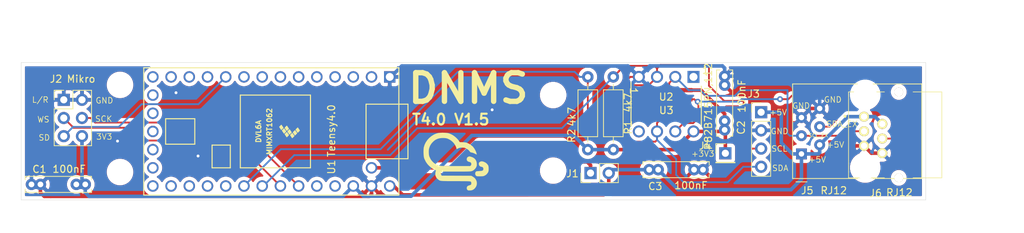
<source format=kicad_pcb>
(kicad_pcb (version 20171130) (host pcbnew 5.1.5+dfsg1-2build2)
  (title_block (title "DNMS - Digital Noise Maesurement Sensor") (date 2019-06-09) (rev 0.9.0))
  (layers (0 F.Cu signal) (31 B.Cu signal) (34 B.Paste user) (35 F.Paste user) (36 B.SilkS user) (37 F.SilkS user) (38 B.Mask user) (39 F.Mask user) (44 Edge.Cuts user))
  (net 0 "")
  (net 1 GND)
  (net 2 +3V3)
  (net 3 +5V)
  (net 4 SDA_Ex)
  (net 5 SCL_Ex)
  (net 6 SDA)
  (net 7 SCL)
  (net 8 SD)
  (net 9 WS)
  (net 10 SCK)
  (net 11 "Net-(U1-Pad5)")
  (net 12 "Net-(U2-Pad1)")
  (net 13 "Net-(U2-Pad5)")
  (net 14 "Net-(J1-Pad1)")
  (net 15 "Net-(U1-Pad2)")
  (net 16 "Net-(U1-Pad3)")
  (net 17 "Net-(U1-Pad4)")
  (net 18 "Net-(U1-Pad6)")
  (net 19 "Net-(U1-Pad7)")
  (net 20 "Net-(U1-Pad8)")
  (net 21 "Net-(U1-Pad9)")
  (net 22 "Net-(U1-Pad11)")
  (net 23 "Net-(U1-Pad12)")
  (net 24 "Net-(U1-Pad13)")
  (net 25 "Net-(U1-Pad30)")
  (net 26 "Net-(U1-Pad29)")
  (net 27 "Net-(U1-Pad24)")
  (net 28 "Net-(U1-Pad23)")
  (net 29 "Net-(U1-Pad22)")
  (net 30 "Net-(U1-Pad21)")
  (net 31 "Net-(U1-Pad14)")
  (net 32 "Net-(U1-Pad15)")
  (net 33 "Net-(U1-Pad16)")
  (net 34 "Net-(U1-Pad20)")
  (net 35 "Net-(U1-Pad19)")
  (net 36 "Net-(U1-Pad18)")
  (net 37 "Net-(U1-Pad17)")
  (module Connector_RJ:RJ12_Pulse_E5566Q0LK22L (layer F.Cu) (at 182.40248 84.9122 90)
    (fp_text reference J6 (at -8.1534 -2.41554 180) (layer F.SilkS))
    (fp_text value RJ12 (at -8.05434 0.88392 180) (layer F.SilkS))
    (pad 1 thru_hole circle (at 2.55 -4.04 180) (size 1.4 1.4) (drill 0.9) (layers *.Cu *.Mask F.SilkS) (net 3 +5V))
    (pad 2 thru_hole circle (at 1.53 -1.5 180) (size 1.4 1.4) (drill 0.9) (layers *.Cu *.Mask F.SilkS) (net 3 +5V))
    (pad 3 thru_hole circle (at 0.51 -4.04 180) (size 1.4 1.4) (drill 0.9) (layers *.Cu *.Mask F.SilkS) (net 5 SCL_Ex))
    (pad 4 thru_hole circle (at -0.51 -1.5 180) (size 1.4 1.4) (drill 0.9) (layers *.Cu *.Mask F.SilkS) (net 4 SDA_Ex))
    (pad 5 thru_hole circle (at -1.53 -4.04 180) (size 1.4 1.4) (drill 0.9) (layers *.Cu *.Mask F.SilkS) (net 1 GND))
    (pad 6 thru_hole circle (at -2.55 -1.5 180) (size 1.4 1.4) (drill 0.9) (layers *.Cu *.Mask F.SilkS) (net 1 GND))
    (pad 7 thru_hole circle (at -6 0.8 180) (size 1.2 1.2) (drill 2.4) (layers *.Cu *.Mask F.SilkS))
    (pad 8 thru_hole circle (at 6 0.8 180) (size 1.2 1.2) (drill 2.4) (layers *.Cu *.Mask F.SilkS))
  )
  (module Connector_RJ:RJ12_Amphenol_54601 (layer F.Cu) (at 169.63644 87.56856 90)
    (fp_text reference J5 (at -5.11858 0.81026 180) (layer F.SilkS))
    (fp_text value RJ12)
    (pad 1 thru_hole rect (at 0 0 90) (size 1.52 1.52) (drill 0.76) (layers *.Cu *.Mask) (net 3 +5V))
    (pad "" np_thru_hole circle (at -1.91 8.89 90) (size 3.25 3.25) (drill 3.25) (layers *.Cu *.Mask))
    (pad 2 thru_hole circle (at 1.27 2.54 90) (size 1.52 1.52) (drill 0.76) (layers *.Cu *.Mask) (net 3 +5V))
    (pad 3 thru_hole circle (at 2.54 0 90) (size 1.52 1.52) (drill 0.76) (layers *.Cu *.Mask) (net 5 SCL_Ex))
    (pad 4 thru_hole circle (at 3.81 2.54 90) (size 1.52 1.52) (drill 0.76) (layers *.Cu *.Mask) (net 4 SDA_Ex))
    (pad 5 thru_hole circle (at 5.08 0 90) (size 1.52 1.52) (drill 0.76) (layers *.Cu *.Mask) (net 1 GND))
    (pad 6 thru_hole circle (at 6.35 2.54 90) (size 1.52 1.52) (drill 0.76) (layers *.Cu *.Mask) (net 1 GND))
    (pad "" np_thru_hole circle (at 8.25 8.89 90) (size 3.25 3.25) (drill 3.25) (layers *.Cu *.Mask))
  )
  (module MountingHole:MountingHole_2.7mm_M2.5 (layer F.Cu) (at 135.0264 89.9)
    (fp_text reference REF1 hide)
    (fp_text value MountingHole_2.7mm_M2.5)
    (pad 1 np_thru_hole circle (at 0 0) (size 2.7 2.7) (drill 2.7) (layers *.Cu *.Mask))
  )
  (module MountingHole:MountingHole_2.7mm_M2.5 (layer F.Cu) (at 135.0264 79.3496)
    (fp_text reference REF1 hide)
    (fp_text value MountingHole_2.7mm_M2.5)
    (pad 1 np_thru_hole circle (at 0 0) (size 2.7 2.7) (drill 2.7) (layers *.Cu *.Mask))
  )
  (module Connector_PinHeader_2.54mm:PinHeader_1x01_P2.54mm_Vertical (layer F.Cu) (at 159.0294 87.4776)
    (fp_text reference J4 (at -2.81178 -1.03378) (layer F.SilkS))
    (fp_text value Conn_01x01)
    (pad 1 thru_hole rect (at 0 0) (size 1.7 1.7) (drill 1) (layers *.Cu *.Mask) (net 2 +3V3))
  )
  (module P82B715:SOIC8 (layer F.Cu) (at 150.749 80.5688 270)
    (fp_text reference U3 (at -3.30382 -1.2707 270) (layer F.SilkS) (effects (font (size 1.000551 1.000551) (thickness 0.015))))
    (fp_text value P82B715DR)
    (fp_text user U3 (at 0.9144 -0.0508 180) (layer F.SilkS))
    (pad 5 smd rect (at 1.905 -2.6 270) (size 0.6 2.2) (layers F.Cu F.Paste F.Mask))
    (pad 6 smd rect (at 0.635 -2.6 270) (size 0.6 2.2) (layers F.Cu F.Paste F.Mask) (net 6 SDA))
    (pad 8 smd rect (at -1.905 -2.6 270) (size 0.6 2.2) (layers F.Cu F.Paste F.Mask) (net 2 +3V3))
    (pad 4 smd rect (at 1.905 2.6 270) (size 0.6 2.2) (layers F.Cu F.Paste F.Mask) (net 1 GND))
    (pad 3 smd rect (at 0.635 2.6 270) (size 0.6 2.2) (layers F.Cu F.Paste F.Mask) (net 7 SCL))
    (pad 1 smd rect (at -1.905 2.6 270) (size 0.6 2.2) (layers F.Cu F.Paste F.Mask))
    (pad 7 smd rect (at -0.635 -2.6 270) (size 0.6 2.2) (layers F.Cu F.Paste F.Mask) (net 4 SDA_Ex))
    (pad 2 smd rect (at -0.635 2.6 270) (size 0.6 2.2) (layers F.Cu F.Paste F.Mask) (net 5 SCL_Ex))
  )
  (module C_THT_100nF:C_THT_100nF_L9.0mm_W2.0mm_P5.00mm_P7.50mm (layer F.Cu) (at 148.4122 89.7702)
    (fp_text reference C3 (at 0.84582 2.3302) (layer F.SilkS))
    (fp_text value 100nF (at 5.81914 2.20828) (layer F.SilkS))
    (pad 2 thru_hole circle (at 6.25 0) (size 1.6 1.6) (drill 0.8) (layers *.Cu *.Mask) (net 1 GND))
    (pad 1 thru_hole circle (at 1.25 0) (size 1.6 1.6) (drill 0.8) (layers *.Cu *.Mask) (net 3 +5V))
    (pad 1 thru_hole circle (at 0 0) (size 1.6 1.6) (drill 0.8) (layers *.Cu *.Mask) (net 3 +5V))
    (pad 2 thru_hole circle (at 7.5 0) (size 1.6 1.6) (drill 0.8) (layers *.Cu *.Mask) (net 1 GND))
  )
  (module C_THT_100nF:C_THT_100nF_L9.0mm_W2.0mm_P5.00mm_P7.50mm (layer F.Cu) (at 158.9278 84.2104 90)
    (fp_text reference C2 (at 0.32258 2.30378 90) (layer F.SilkS))
    (fp_text value 100nF (at 4.72948 2.39522 90) (layer F.SilkS))
    (pad 2 thru_hole circle (at 6.25 0 90) (size 1.6 1.6) (drill 0.8) (layers *.Cu *.Mask) (net 1 GND))
    (pad 1 thru_hole circle (at 1.25 0 90) (size 1.6 1.6) (drill 0.8) (layers *.Cu *.Mask) (net 2 +3V3))
    (pad 1 thru_hole circle (at 0 0 90) (size 1.6 1.6) (drill 0.8) (layers *.Cu *.Mask) (net 2 +3V3))
    (pad 2 thru_hole circle (at 7.5 0 90) (size 1.6 1.6) (drill 0.8) (layers *.Cu *.Mask) (net 1 GND))
  )
  (module C_THT_100nF:C_THT_100nF_L9.0mm_W2.0mm_P5.00mm_P7.50mm (layer F.Cu) (at 69.7992 91.8274 180)
    (fp_text reference C1 (at 6.39064 2.11714) (layer F.SilkS))
    (fp_text value 100nF (at 2.25044 2.13746) (layer F.SilkS))
    (pad 2 thru_hole circle (at 6.25 0 180) (size 1.6 1.6) (drill 0.8) (layers *.Cu *.Mask) (net 1 GND))
    (pad 1 thru_hole circle (at 1.25 0 180) (size 1.6 1.6) (drill 0.8) (layers *.Cu *.Mask) (net 2 +3V3))
    (pad 1 thru_hole circle (at 0 0 180) (size 1.6 1.6) (drill 0.8) (layers *.Cu *.Mask) (net 2 +3V3))
    (pad 2 thru_hole circle (at 7.5 0 180) (size 1.6 1.6) (drill 0.8) (layers *.Cu *.Mask) (net 1 GND))
  )
  (module Teensy:Teensy40 (layer F.Cu) (at 95.7326 84.4296 180)
    (fp_text reference U1 (at -8.382 -4.9784 90) (layer F.SilkS))
    (fp_text value Teensy4.0 (at -8.382 0.1016 90) (layer F.SilkS))
    (fp_text user DVL6A (at 1.778 0 90) (layer F.SilkS) (effects (font (size 0.7 0.7))))
    (fp_text user MIMXRT1062 (at 0.254 0 90) (layer F.SilkS) (effects (font (size 0.7 0.7))))
    (pad 1 thru_hole rect (at -16.51 7.62 180) (size 1.6 1.6) (drill 1.1) (layers *.Cu *.Mask) (net 1 GND))
    (pad 2 thru_hole circle (at -13.97 7.62 180) (size 1.6 1.6) (drill 1.1) (layers *.Cu *.Mask) (net 15 "Net-(U1-Pad2)"))
    (pad 3 thru_hole circle (at -11.43 7.62 180) (size 1.6 1.6) (drill 1.1) (layers *.Cu *.Mask) (net 16 "Net-(U1-Pad3)"))
    (pad 4 thru_hole circle (at -8.89 7.62 180) (size 1.6 1.6) (drill 1.1) (layers *.Cu *.Mask) (net 17 "Net-(U1-Pad4)"))
    (pad 5 thru_hole circle (at -6.35 7.62 180) (size 1.6 1.6) (drill 1.1) (layers *.Cu *.Mask) (net 11 "Net-(U1-Pad5)"))
    (pad 6 thru_hole circle (at -3.81 7.62 180) (size 1.6 1.6) (drill 1.1) (layers *.Cu *.Mask) (net 18 "Net-(U1-Pad6)"))
    (pad 7 thru_hole circle (at -1.27 7.62 180) (size 1.6 1.6) (drill 1.1) (layers *.Cu *.Mask) (net 19 "Net-(U1-Pad7)"))
    (pad 8 thru_hole circle (at 1.27 7.62 180) (size 1.6 1.6) (drill 1.1) (layers *.Cu *.Mask) (net 20 "Net-(U1-Pad8)"))
    (pad 9 thru_hole circle (at 3.81 7.62 180) (size 1.6 1.6) (drill 1.1) (layers *.Cu *.Mask) (net 21 "Net-(U1-Pad9)"))
    (pad 10 thru_hole circle (at 6.35 7.62 180) (size 1.6 1.6) (drill 1.1) (layers *.Cu *.Mask) (net 8 SD))
    (pad 11 thru_hole circle (at 8.89 7.62 180) (size 1.6 1.6) (drill 1.1) (layers *.Cu *.Mask) (net 22 "Net-(U1-Pad11)"))
    (pad 12 thru_hole circle (at 11.43 7.62 180) (size 1.6 1.6) (drill 1.1) (layers *.Cu *.Mask) (net 23 "Net-(U1-Pad12)"))
    (pad 13 thru_hole circle (at 13.97 7.62 180) (size 1.6 1.6) (drill 1.1) (layers *.Cu *.Mask) (net 24 "Net-(U1-Pad13)"))
    (pad 34 thru_hole circle (at -13.97 -5.08 180) (size 1.6 1.6) (drill 1.1) (layers *.Cu *.Mask) (net 14 "Net-(J1-Pad1)"))
    (pad 33 thru_hole circle (at -16.51 -7.62 180) (size 1.6 1.6) (drill 1.1) (layers *.Cu *.Mask) (net 3 +5V))
    (pad 32 thru_hole circle (at -13.97 -7.62 180) (size 1.6 1.6) (drill 1.1) (layers *.Cu *.Mask) (net 1 GND))
    (pad 31 thru_hole circle (at -11.43 -7.62 180) (size 1.6 1.6) (drill 1.1) (layers *.Cu *.Mask) (net 2 +3V3))
    (pad 30 thru_hole circle (at -8.89 -7.62 180) (size 1.6 1.6) (drill 1.1) (layers *.Cu *.Mask) (net 25 "Net-(U1-Pad30)"))
    (pad 29 thru_hole circle (at -6.35 -7.62 180) (size 1.6 1.6) (drill 1.1) (layers *.Cu *.Mask) (net 26 "Net-(U1-Pad29)"))
    (pad 28 thru_hole circle (at -3.81 -7.62 180) (size 1.6 1.6) (drill 1.1) (layers *.Cu *.Mask) (net 10 SCK))
    (pad 27 thru_hole circle (at -1.27 -7.62 180) (size 1.6 1.6) (drill 1.1) (layers *.Cu *.Mask) (net 9 WS))
    (pad 26 thru_hole circle (at 1.27 -7.62 180) (size 1.6 1.6) (drill 1.1) (layers *.Cu *.Mask) (net 7 SCL))
    (pad 25 thru_hole circle (at 3.81 -7.62 180) (size 1.6 1.6) (drill 1.1) (layers *.Cu *.Mask) (net 6 SDA))
    (pad 24 thru_hole circle (at 6.35 -7.62 180) (size 1.6 1.6) (drill 1.1) (layers *.Cu *.Mask) (net 27 "Net-(U1-Pad24)"))
    (pad 23 thru_hole circle (at 8.89 -7.62 180) (size 1.6 1.6) (drill 1.1) (layers *.Cu *.Mask) (net 28 "Net-(U1-Pad23)"))
    (pad 22 thru_hole circle (at 11.43 -7.62 180) (size 1.6 1.6) (drill 1.1) (layers *.Cu *.Mask) (net 29 "Net-(U1-Pad22)"))
    (pad 21 thru_hole circle (at 13.97 -7.62 180) (size 1.6 1.6) (drill 1.1) (layers *.Cu *.Mask) (net 30 "Net-(U1-Pad21)"))
    (pad 14 thru_hole circle (at 16.51 7.62 180) (size 1.6 1.6) (drill 1.1) (layers *.Cu *.Mask) (net 31 "Net-(U1-Pad14)"))
    (pad 15 thru_hole circle (at 16.51 5.08 180) (size 1.6 1.6) (drill 1.1) (layers *.Cu *.Mask) (net 32 "Net-(U1-Pad15)"))
    (pad 16 thru_hole circle (at 16.51 2.54 180) (size 1.6 1.6) (drill 1.1) (layers *.Cu *.Mask) (net 33 "Net-(U1-Pad16)"))
    (pad 20 thru_hole circle (at 16.51 -7.62 180) (size 1.6 1.6) (drill 1.1) (layers *.Cu *.Mask) (net 34 "Net-(U1-Pad20)"))
    (pad 19 thru_hole circle (at 16.51 -5.08 180) (size 1.6 1.6) (drill 1.1) (layers *.Cu *.Mask) (net 35 "Net-(U1-Pad19)"))
    (pad 18 thru_hole circle (at 16.51 -2.54 180) (size 1.6 1.6) (drill 1.1) (layers *.Cu *.Mask) (net 36 "Net-(U1-Pad18)"))
    (pad 17 thru_hole circle (at 16.51 0 180) (size 1.6 1.6) (drill 1.1) (layers *.Cu *.Mask) (net 37 "Net-(U1-Pad17)"))
  )
  (module Connector_PinHeader_2.54mm:PinHeader_2x03_P2.54mm_Vertical (layer F.Cu) (at 66.802 80.01)
    (fp_text reference J2 (at -1.0795 -2.9083) (layer F.SilkS))
    (fp_text value Conn_02x03_Odd_Even)
    (pad 6 thru_hole oval (at 2.54 5.08) (size 1.7 1.7) (drill 1) (layers *.Cu *.Mask) (net 2 +3V3))
    (pad 5 thru_hole oval (at 0 5.08) (size 1.7 1.7) (drill 1) (layers *.Cu *.Mask) (net 8 SD))
    (pad 4 thru_hole oval (at 2.54 2.54) (size 1.7 1.7) (drill 1) (layers *.Cu *.Mask) (net 10 SCK))
    (pad 3 thru_hole oval (at 0 2.54) (size 1.7 1.7) (drill 1) (layers *.Cu *.Mask) (net 9 WS))
    (pad 2 thru_hole oval (at 2.54 0) (size 1.7 1.7) (drill 1) (layers *.Cu *.Mask) (net 1 GND))
    (pad 1 thru_hole rect (at 0 0) (size 1.7 1.7) (drill 1) (layers *.Cu *.Mask) (net 1 GND))
  )
  (module MountingHole:MountingHole_2.7mm_M2.5 (layer F.Cu) (at 74.643 90.1)
    (fp_text reference REF1 hide)
    (fp_text value MountingHole_2.7mm_M2.5)
    (pad 1 np_thru_hole circle (at 0 0) (size 2.7 2.7) (drill 2.7) (layers *.Cu *.Mask))
  )
  (module MountingHole:MountingHole_2.7mm_M2.5 (layer F.Cu) (at 74.643 77.924)
    (fp_text reference REF1 hide)
    (fp_text value MountingHole_2.7mm_M2.5)
    (pad 1 np_thru_hole circle (at 0 0) (size 2.7 2.7) (drill 2.7) (layers *.Cu *.Mask))
  )
  (module "logos eigene:logo luftdaten.info" (layer F.Cu) (at 121.4898 88.6698)
    (fp_text reference G*** hide)
    (fp_text value LOGO hide)
  )
  (module Connector_PinHeader_2.54mm:PinHeader_1x04_P2.54mm_Vertical (layer F.Cu) (at 164.0144 81.7438)
    (fp_text reference J3 (at -1.0414 -2.5654) (layer F.SilkS))
    (fp_text value Conn_01x04)
    (pad 4 thru_hole oval (at 0 7.62) (size 1.7 1.7) (drill 1) (layers *.Cu *.Mask) (net 6 SDA))
    (pad 3 thru_hole oval (at 0 5.08) (size 1.7 1.7) (drill 1) (layers *.Cu *.Mask) (net 7 SCL))
    (pad 2 thru_hole oval (at 0 2.54) (size 1.7 1.7) (drill 1) (layers *.Cu *.Mask) (net 1 GND))
    (pad 1 thru_hole rect (at 0 0) (size 1.7 1.7) (drill 1) (layers *.Cu *.Mask) (net 3 +5V))
  )
  (module Connector_PinHeader_2.54mm:PinHeader_1x02_P2.54mm_Vertical (layer F.Cu) (at 140.2334 90.2448 90)
    (fp_text reference J1 (at -0.07506 -2.50952) (layer F.SilkS))
    (fp_text value Conn_01x02)
    (pad 2 thru_hole oval (at 0 2.54 90) (size 1.7 1.7) (drill 1) (layers *.Cu *.Mask) (net 3 +5V))
    (pad 1 thru_hole rect (at 0 0 90) (size 1.7 1.7) (drill 1) (layers *.Cu *.Mask) (net 14 "Net-(J1-Pad1)"))
  )
  (module P82B715PN_112:DIP254P762X420-8 (layer F.Cu) (at 146.966 84.428 270)
    (fp_text reference U2 (at -4.8244 -3.8084) (layer F.SilkS))
    (fp_text value P82B715PN,112 (at -3.49598 -9.69104 90) (layer F.SilkS))
    (pad 1 thru_hole rect (at -7.62 -7.62 270) (size 1.6764 1.6764) (drill 1.1176) (layers *.Cu *.Mask) (net 12 "Net-(U2-Pad1)"))
    (pad 2 thru_hole circle (at -7.62 -5.08 270) (size 1.6764 1.6764) (drill 1.1176) (layers *.Cu *.Mask) (net 5 SCL_Ex))
    (pad 3 thru_hole circle (at -7.62 -2.54 270) (size 1.6764 1.6764) (drill 1.1176) (layers *.Cu *.Mask) (net 7 SCL))
    (pad 4 thru_hole circle (at -7.62 0 270) (size 1.6764 1.6764) (drill 1.1176) (layers *.Cu *.Mask) (net 1 GND))
    (pad 5 thru_hole circle (at 0 0 270) (size 1.6764 1.6764) (drill 1.1176) (layers *.Cu *.Mask) (net 13 "Net-(U2-Pad5)"))
    (pad 6 thru_hole circle (at 0 -2.54 270) (size 1.6764 1.6764) (drill 1.1176) (layers *.Cu *.Mask) (net 6 SDA))
    (pad 7 thru_hole circle (at 0 -5.08 270) (size 1.6764 1.6764) (drill 1.1176) (layers *.Cu *.Mask) (net 4 SDA_Ex))
    (pad 8 thru_hole circle (at 0 -7.62 270) (size 1.6764 1.6764) (drill 1.1176) (layers *.Cu *.Mask) (net 2 +3V3))
  )
  (module Resistor_THT:R_Axial_DIN0207_L6.3mm_D2.5mm_P10.16mm_Horizontal (layer F.Cu) (at 139.854 86.968 90)
    (fp_text reference R2 (at 1.93134 -2.26982 90) (layer F.SilkS))
    (fp_text value 4k7 (at 4.59072 -2.23172 90) (layer F.SilkS))
    (pad 2 thru_hole oval (at 10.16 0 90) (size 1.6 1.6) (drill 0.8) (layers *.Cu *.Mask) (net 6 SDA))
    (pad 1 thru_hole circle (at 0 0 90) (size 1.6 1.6) (drill 0.8) (layers *.Cu *.Mask) (net 2 +3V3))
  )
  (module Resistor_THT:R_Axial_DIN0207_L6.3mm_D2.5mm_P10.16mm_Horizontal (layer F.Cu) (at 143.41 86.968 90)
    (fp_text reference R1 (at 3.1099 2.0685 90) (layer F.SilkS))
    (fp_text value 4k7 (at 6.55922 2.0685 90) (layer F.SilkS))
    (pad 2 thru_hole oval (at 10.16 0 90) (size 1.6 1.6) (drill 0.8) (layers *.Cu *.Mask) (net 7 SCL))
    (pad 1 thru_hole circle (at 0 0 90) (size 1.6 1.6) (drill 0.8) (layers *.Cu *.Mask) (net 2 +3V3))
  )
  (gr_text SDA_EX (at 175.29048 83.39328) (layer F.SilkS) (effects (font (size 0.8 0.8) (thickness 0.1))))
  (gr_text SCL_EX (at 171.98086 84.99602) (layer F.SilkS) (effects (font (size 0.5 0.5) (thickness 0.08))))
  (gr_text +5V (at 171.831 88.36406) (layer F.SilkS) (effects (font (size 0.8 0.8) (thickness 0.1))))
  (gr_text +5V (at 174.371 86.28634) (layer F.SilkS) (effects (font (size 0.8 0.8) (thickness 0.1))))
  (gr_text GND (at 169.58818 80.84312) (layer F.SilkS) (effects (font (size 0.8 0.8) (thickness 0.1))))
  (gr_text GND (at 174.01032 79.98714) (layer F.SilkS) (effects (font (size 0.8 0.8) (thickness 0.1))))
  (gr_text RJ12 (at 174.13986 92.68714) (layer F.SilkS) (effects (font (size 1 1))))
  (gr_text Mikro (at 69.21246 77.1017) (layer F.SilkS) (effects (font (size 1 1))))
  (gr_text 1 (at 156.2608 75.8698) (layer F.SilkS) (effects (font (size 1 1))))
  (gr_text 1 (at 146.2532 78.7654 -90) (layer F.SilkS) (effects (font (size 1 1))))
  (gr_text +3V3 (at 155.89504 87.5538) (layer F.SilkS) (effects (font (size 0.8 0.8) (thickness 0.1))))
  (gr_line (start 60.8584 94) (end 186.9618 94) (layer Edge.Cuts) (width 0.05))
  (gr_line (start 60.8584 74.7998) (end 186.9618 74.7998) (layer Edge.Cuts) (width 0.05))
  (gr_text L/R (at 63.5254 80.01) (layer F.SilkS) (effects (font (size 0.8 0.8) (thickness 0.1))))
  (gr_text WS (at 63.9572 82.7532) (layer F.SilkS) (effects (font (size 0.8 0.8) (thickness 0.1))))
  (gr_text SD (at 64.0842 85.2932) (layer F.SilkS) (effects (font (size 0.8 0.8) (thickness 0.1))))
  (gr_text "T4.0 V1.5" (at 120.74906 82.77098) (layer F.SilkS) (effects (font (size 1.5 1.5) (thickness 0.3))))
  (gr_text 3V3 (at 72.4408 85.1662) (layer F.SilkS) (effects (font (size 0.8 0.8) (thickness 0.1))))
  (gr_text SCK (at 72.3646 82.677) (layer F.SilkS) (effects (font (size 0.8 0.8) (thickness 0.1))))
  (gr_text GND (at 72.4662 80.1116) (layer F.SilkS) (effects (font (size 0.8 0.8) (thickness 0.1))))
  (gr_text SDA (at 166.68496 89.55278) (layer F.SilkS) (effects (font (size 0.8 0.8) (thickness 0.1))))
  (gr_text SCL (at 166.55288 86.84768) (layer F.SilkS) (effects (font (size 0.8 0.8) (thickness 0.1))))
  (gr_text GND (at 166.5859 84.40674) (layer F.SilkS) (effects (font (size 0.8 0.8) (thickness 0.1))))
  (gr_text +5V (at 166.39032 81.76768) (layer F.SilkS) (effects (font (size 0.8 0.8) (thickness 0.1))))
  (gr_text DNMS (at 123.2027 78.4098) (layer F.SilkS) (effects (font (size 4 4) (thickness 0.75))))
  (gr_line (start 60.8584 74.7998) (end 60.8584 94) (layer Edge.Cuts) (width 0.05))
  (gr_line (start 186.9618 74.7998) (end 186.9618 94) (layer Edge.Cuts) (width 0.05))
  (via (at 74.295 85.7758) (size 0.8) (drill 0.4) (layers F.Cu B.Cu) (net 1))
  (segment (start 112.40262 76.808) (end 113.92662 75.284) (width 0.5) (layer B.Cu) (net 1))
  (segment (start 145.442 75.284) (end 146.966 76.808) (width 0.5) (layer B.Cu) (net 1))
  (segment (start 113.92662 75.284) (end 145.442 75.284) (width 0.5) (layer B.Cu) (net 1))
  (segment (start 112.2426 78.1096) (end 112.2426 76.8096) (width 0.5) (layer F.Cu) (net 1))
  (segment (start 107.8992 90.2462) (end 107.8992 90.17) (width 0.5) (layer F.Cu) (net 1))
  (segment (start 107.8992 90.17) (end 106.5276 88.7984) (width 0.5) (layer F.Cu) (net 1))
  (segment (start 109.7026 92.0496) (end 107.8992 90.2462) (width 0.5) (layer F.Cu) (net 1))
  (segment (start 106.5276 88.7984) (end 106.5276 83.8246) (width 0.5) (layer F.Cu) (net 1))
  (segment (start 106.5276 83.8246) (end 112.2426 78.1096) (width 0.5) (layer F.Cu) (net 1))
  (segment (start 109.18297 93.5006) (end 71.5518 93.5006) (width 0.5) (layer F.Cu) (net 1))
  (segment (start 71.52222 93.5006) (end 64.9716 93.5006) (width 0.5) (layer F.Cu) (net 1))
  (segment (start 66.802 80.01) (end 69.342 80.01) (width 0.5) (layer B.Cu) (net 1))
  (segment (start 145.780607 76.808) (end 144.8308 77.757807) (width 0.25) (layer F.Cu) (net 1))
  (segment (start 146.966 76.808) (end 145.780607 76.808) (width 0.25) (layer F.Cu) (net 1))
  (segment (start 144.8308 77.757807) (end 144.8308 82.4738) (width 0.25) (layer F.Cu) (net 1))
  (segment (start 144.8308 82.4738) (end 148.149 82.4738) (width 0.25) (layer F.Cu) (net 1))
  (segment (start 65.452 80.01) (end 66.802 80.01) (width 0.5) (layer B.Cu) (net 1))
  (segment (start 62.2992 83.1628) (end 65.452 80.01) (width 0.5) (layer B.Cu) (net 1))
  (segment (start 62.2992 92.2274) (end 63.5492 92.2274) (width 0.5) (layer B.Cu) (net 1))
  (segment (start 155.9122 89.7702) (end 154.6622 89.7702) (width 0.5) (layer B.Cu) (net 1))
  (segment (start 170.90644 81.21856) (end 169.63644 82.48856) (width 0.5) (layer F.Cu) (net 1))
  (segment (start 172.17644 81.21856) (end 170.90644 81.21856) (width 0.5) (layer F.Cu) (net 1))
  (segment (start 168.876441 83.248559) (end 167.401181 83.248559) (width 0.5) (layer F.Cu) (net 1))
  (segment (start 169.63644 82.48856) (end 168.876441 83.248559) (width 0.5) (layer F.Cu) (net 1))
  (segment (start 166.36594 84.2838) (end 164.0144 84.2838) (width 0.5) (layer F.Cu) (net 1))
  (segment (start 148.49919 75.27481) (end 146.966 76.808) (width 0.5) (layer B.Cu) (net 1))
  (segment (start 158.9278 75.57903) (end 158.62358 75.27481) (width 0.5) (layer B.Cu) (net 1))
  (segment (start 158.62358 75.27481) (end 148.49919 75.27481) (width 0.5) (layer B.Cu) (net 1))
  (segment (start 158.9278 76.7104) (end 158.9278 75.57903) (width 0.5) (layer B.Cu) (net 1))
  (segment (start 158.9278 76.7104) (end 158.9278 77.9604) (width 0.5) (layer B.Cu) (net 1))
  (segment (start 166.80688 83.84286) (end 166.80688 92.12326) (width 0.5) (layer F.Cu) (net 1))
  (segment (start 166.80688 83.84286) (end 166.36594 84.2838) (width 0.5) (layer F.Cu) (net 1))
  (segment (start 167.401181 83.248559) (end 166.80688 83.84286) (width 0.5) (layer F.Cu) (net 1))
  (segment (start 166.80688 92.12326) (end 166.21252 92.71762) (width 0.5) (layer F.Cu) (net 1))
  (segment (start 158.85962 92.71762) (end 155.9122 89.7702) (width 0.5) (layer F.Cu) (net 1))
  (segment (start 166.21252 92.71762) (end 158.85962 92.71762) (width 0.5) (layer F.Cu) (net 1))
  (segment (start 109.38297 93.5006) (end 109.18297 93.5006) (width 0.5) (layer F.Cu) (net 1))
  (segment (start 109.7026 93.18097) (end 109.38297 93.5006) (width 0.5) (layer F.Cu) (net 1))
  (segment (start 109.7026 92.0496) (end 109.7026 93.18097) (width 0.5) (layer F.Cu) (net 1))
  (segment (start 62.2992 84.96238) (end 62.2992 91.8274) (width 0.5) (layer B.Cu) (net 1))
  (segment (start 62.2992 83.1628) (end 62.2992 84.96238) (width 0.5) (layer B.Cu) (net 1))
  (segment (start 64.09103 93.5006) (end 64.9716 93.5006) (width 0.5) (layer F.Cu) (net 1))
  (segment (start 63.5492 92.95877) (end 64.09103 93.5006) (width 0.5) (layer F.Cu) (net 1))
  (segment (start 63.5492 91.8274) (end 63.5492 92.95877) (width 0.5) (layer F.Cu) (net 1))
  (segment (start 172.17644 77.38364) (end 172.17644 81.21856) (width 0.5) (layer B.Cu) (net 1))
  (segment (start 158.9278 76.7104) (end 171.5032 76.7104) (width 0.5) (layer B.Cu) (net 1))
  (segment (start 171.5032 76.7104) (end 172.17644 77.38364) (width 0.5) (layer B.Cu) (net 1))
  (segment (start 179.38248 87.4622) (end 180.90248 87.4622) (width 0.5) (layer F.Cu) (net 1))
  (segment (start 178.36248 86.4422) (end 179.38248 87.4622) (width 0.5) (layer F.Cu) (net 1))
  (segment (start 166.21252 92.71762) (end 170.9039 92.71762) (width 0.5) (layer F.Cu) (net 1))
  (segment (start 177.17932 86.4422) (end 178.36248 86.4422) (width 0.5) (layer F.Cu) (net 1))
  (segment (start 170.9039 92.71762) (end 177.17932 86.4422) (width 0.5) (layer F.Cu) (net 1))
  (via (at 126.5174 81.407) (size 0.8) (drill 0.4) (layers F.Cu B.Cu) (net 1))
  (via (at 85.5218 87.8586) (size 0.8) (drill 0.4) (layers F.Cu B.Cu) (net 1))
  (via (at 82.4484 79.0194) (size 0.8) (drill 0.4) (layers F.Cu B.Cu) (net 1))
  (segment (start 139.854 86.968) (end 143.41 86.968) (width 0.5) (layer B.Cu) (net 2))
  (segment (start 152.046 86.968) (end 154.586 84.428) (width 0.5) (layer F.Cu) (net 2))
  (segment (start 143.41 86.968) (end 152.046 86.968) (width 0.5) (layer F.Cu) (net 2))
  (segment (start 155.6312 78.6638) (end 153.349 78.6638) (width 0.5) (layer F.Cu) (net 2))
  (segment (start 158.9278 81.9604) (end 155.6312 78.6638) (width 0.5) (layer F.Cu) (net 2))
  (segment (start 158.9278 87.376) (end 159.0294 87.4776) (width 0.5) (layer F.Cu) (net 2))
  (segment (start 68.5492 92.2274) (end 69.7992 92.2274) (width 0.5) (layer B.Cu) (net 2))
  (segment (start 159.0294 84.312) (end 158.9278 84.2104) (width 0.5) (layer F.Cu) (net 2))
  (segment (start 159.0294 87.4776) (end 159.0294 84.312) (width 0.5) (layer F.Cu) (net 2))
  (segment (start 158.7102 84.428) (end 158.9278 84.2104) (width 0.5) (layer F.Cu) (net 2))
  (segment (start 154.586 84.428) (end 158.7102 84.428) (width 0.5) (layer F.Cu) (net 2))
  (segment (start 158.9278 81.9604) (end 158.9278 82.9604) (width 0.5) (layer F.Cu) (net 2))
  (segment (start 107.1626 92.0496) (end 107.1626 92.06738) (width 0.5) (layer B.Cu) (net 2))
  (segment (start 107.1626 92.06738) (end 107.15498 92.075) (width 0.5) (layer B.Cu) (net 2))
  (segment (start 108.585 93.472) (end 107.1626 92.0496) (width 0.5) (layer B.Cu) (net 2))
  (segment (start 115.216 93.472) (end 108.585 93.472) (width 0.5) (layer B.Cu) (net 2))
  (segment (start 139.854 86.968) (end 139.054001 86.168001) (width 0.5) (layer B.Cu) (net 2))
  (segment (start 139.054001 86.168001) (end 139.054001 86.145801) (width 0.5) (layer B.Cu) (net 2))
  (segment (start 137.8966 84.9884) (end 123.6996 84.9884) (width 0.5) (layer B.Cu) (net 2))
  (segment (start 139.054001 86.145801) (end 137.8966 84.9884) (width 0.5) (layer B.Cu) (net 2))
  (segment (start 123.6996 84.9884) (end 115.216 93.472) (width 0.5) (layer B.Cu) (net 2))
  (segment (start 105.7132 93.499) (end 107.1626 92.0496) (width 0.5) (layer B.Cu) (net 2))
  (segment (start 69.7992 92.95877) (end 70.33943 93.499) (width 0.5) (layer B.Cu) (net 2))
  (segment (start 70.33943 93.499) (end 105.7132 93.499) (width 0.5) (layer B.Cu) (net 2))
  (segment (start 69.7992 91.8274) (end 69.7992 92.95877) (width 0.5) (layer B.Cu) (net 2))
  (segment (start 69.342 91.3702) (end 69.7992 91.8274) (width 0.5) (layer B.Cu) (net 2))
  (segment (start 69.342 85.09) (end 69.342 91.3702) (width 0.5) (layer B.Cu) (net 2))
  (segment (start 158.9278 82.9604) (end 158.9278 84.2104) (width 0.5) (layer F.Cu) (net 2))
  (segment (start 142.045081 93.2752) (end 137.1854 93.2752) (width 0.5) (layer F.Cu) (net 3))
  (segment (start 114.04961 93.29499) (end 137.1854 93.2752) (width 0.5) (layer F.Cu) (net 3))
  (segment (start 142.7734 91.7448) (end 142.7734 90.2448) (width 0.5) (layer F.Cu) (net 3))
  (segment (start 142.7988 91.7702) (end 142.7734 91.7448) (width 0.5) (layer F.Cu) (net 3))
  (segment (start 148.4122 89.7702) (end 149.6622 89.7702) (width 0.5) (layer F.Cu) (net 3))
  (segment (start 171.981242 87.56856) (end 169.63644 87.56856) (width 0.5) (layer B.Cu) (net 3))
  (segment (start 172.17644 86.29856) (end 172.17644 87.373362) (width 0.5) (layer B.Cu) (net 3))
  (segment (start 172.17644 87.373362) (end 171.981242 87.56856) (width 0.5) (layer B.Cu) (net 3))
  (segment (start 168.37644 87.56856) (end 166.82466 86.01678) (width 0.5) (layer B.Cu) (net 3))
  (segment (start 169.63644 87.56856) (end 168.37644 87.56856) (width 0.5) (layer B.Cu) (net 3))
  (segment (start 166.82466 86.01678) (end 166.82466 81.9277) (width 0.5) (layer B.Cu) (net 3))
  (segment (start 166.64076 81.7438) (end 164.0144 81.7438) (width 0.5) (layer B.Cu) (net 3))
  (segment (start 166.82466 81.9277) (end 166.64076 81.7438) (width 0.5) (layer B.Cu) (net 3))
  (segment (start 169.63644 87.56856) (end 169.63644 91.10218) (width 0.5) (layer B.Cu) (net 3))
  (segment (start 169.63644 91.10218) (end 168.17594 92.56268) (width 0.5) (layer B.Cu) (net 3))
  (segment (start 152.45468 92.56268) (end 149.6622 89.7702) (width 0.5) (layer B.Cu) (net 3))
  (segment (start 168.17594 92.56268) (end 152.45468 92.56268) (width 0.5) (layer B.Cu) (net 3))
  (segment (start 143.248 89.7702) (end 142.7734 90.2448) (width 0.5) (layer B.Cu) (net 3))
  (segment (start 148.4122 89.7702) (end 143.248 89.7702) (width 0.5) (layer B.Cu) (net 3))
  (segment (start 142.7988 92.521481) (end 142.045081 93.2752) (width 0.5) (layer F.Cu) (net 3))
  (segment (start 142.7988 91.7702) (end 142.7988 92.521481) (width 0.5) (layer F.Cu) (net 3))
  (segment (start 112.87026 92.11564) (end 114.04961 93.29499) (width 0.5) (layer F.Cu) (net 3))
  (segment (start 112.39246 92.11564) (end 112.87026 92.11564) (width 0.5) (layer F.Cu) (net 3))
  (segment (start 172.17644 86.29856) (end 176.1282 82.3468) (width 0.5) (layer B.Cu) (net 3))
  (segment (start 176.1436 82.3622) (end 178.36248 82.3622) (width 0.5) (layer B.Cu) (net 3))
  (segment (start 176.1282 82.3468) (end 176.1436 82.3622) (width 0.5) (layer B.Cu) (net 3))
  (segment (start 179.88248 82.3622) (end 180.90248 83.3822) (width 0.5) (layer B.Cu) (net 3))
  (segment (start 178.36248 82.3622) (end 179.88248 82.3622) (width 0.5) (layer B.Cu) (net 3))
  (segment (start 154.699 79.9338) (end 155.2702 80.505) (width 0.25) (layer F.Cu) (net 4))
  (segment (start 153.349 79.9338) (end 154.699 79.9338) (width 0.25) (layer F.Cu) (net 4))
  (segment (start 153.209201 83.264799) (end 152.884199 83.589801) (width 0.25) (layer F.Cu) (net 4))
  (segment (start 154.543003 83.264799) (end 153.209201 83.264799) (width 0.25) (layer F.Cu) (net 4))
  (segment (start 155.2702 82.537602) (end 154.543003 83.264799) (width 0.25) (layer F.Cu) (net 4))
  (segment (start 152.884199 83.589801) (end 152.046 84.428) (width 0.25) (layer F.Cu) (net 4))
  (segment (start 155.2702 80.505) (end 155.2702 80.505) (width 0.25) (layer F.Cu) (net 4))
  (segment (start 155.2702 80.505) (end 155.2702 80.505) (width 0.25) (layer F.Cu) (net 4))
  (segment (start 155.2702 80.505) (end 155.2702 82.537602) (width 0.25) (layer F.Cu) (net 4))
  (via (at 155.1686 80.264) (size 0.8) (drill 0.4) (layers F.Cu B.Cu) (net 4))
  (via (at 166.65156 79.91856) (size 0.8) (drill 0.4) (layers F.Cu B.Cu) (net 4))
  (segment (start 174.5361 82.77606) (end 173.5536 83.75856) (width 0.25) (layer F.Cu) (net 4))
  (segment (start 173.5536 83.75856) (end 172.17644 83.75856) (width 0.25) (layer F.Cu) (net 4))
  (segment (start 174.5361 79.64424) (end 174.5361 82.77606) (width 0.25) (layer F.Cu) (net 4))
  (segment (start 174.33798 79.44612) (end 174.5361 79.64424) (width 0.25) (layer F.Cu) (net 4))
  (segment (start 174.33798 79.44612) (end 168.29024 79.44612) (width 0.25) (layer F.Cu) (net 4))
  (segment (start 167.8178 79.91856) (end 166.65156 79.91856) (width 0.25) (layer F.Cu) (net 4))
  (segment (start 168.29024 79.44612) (end 167.8178 79.91856) (width 0.25) (layer F.Cu) (net 4))
  (segment (start 161.3027 79.91856) (end 166.65156 79.91856) (width 0.25) (layer B.Cu) (net 4))
  (segment (start 155.1686 80.264) (end 160.95726 80.264) (width 0.25) (layer B.Cu) (net 4))
  (segment (start 160.95726 80.264) (end 161.3027 79.91856) (width 0.25) (layer B.Cu) (net 4))
  (segment (start 174.5361 79.64424) (end 174.5361 78.7273) (width 0.25) (layer F.Cu) (net 4))
  (segment (start 174.5361 78.7273) (end 176.88814 76.37526) (width 0.25) (layer F.Cu) (net 4))
  (segment (start 176.88814 76.37526) (end 180.64734 76.37526) (width 0.25) (layer F.Cu) (net 4))
  (segment (start 180.64734 76.37526) (end 181.2417 76.96962) (width 0.25) (layer F.Cu) (net 4))
  (segment (start 181.2417 76.96962) (end 181.2417 80.10398) (width 0.25) (layer F.Cu) (net 4))
  (segment (start 181.2417 80.10398) (end 183.51754 82.37982) (width 0.25) (layer F.Cu) (net 4))
  (segment (start 183.51754 82.37982) (end 183.51754 85.41258) (width 0.25) (layer F.Cu) (net 4))
  (segment (start 183.50792 85.4222) (end 180.90248 85.4222) (width 0.25) (layer F.Cu) (net 4))
  (segment (start 183.51754 85.41258) (end 183.50792 85.4222) (width 0.25) (layer F.Cu) (net 4))
  (segment (start 149.499 79.9338) (end 148.149 79.9338) (width 0.25) (layer F.Cu) (net 5))
  (segment (start 151.207801 78.224999) (end 149.499 79.9338) (width 0.25) (layer F.Cu) (net 5))
  (segment (start 151.207801 77.646199) (end 151.207801 78.224999) (width 0.25) (layer F.Cu) (net 5))
  (segment (start 152.046 76.808) (end 151.207801 77.646199) (width 0.25) (layer F.Cu) (net 5))
  (segment (start 153.9018 78.6638) (end 152.046 76.808) (width 0.25) (layer B.Cu) (net 5))
  (segment (start 167.6908 84.709) (end 167.6908 78.6638) (width 0.25) (layer B.Cu) (net 5))
  (segment (start 169.63644 85.02856) (end 168.01036 85.02856) (width 0.25) (layer B.Cu) (net 5))
  (segment (start 168.01036 85.02856) (end 167.6908 84.709) (width 0.25) (layer B.Cu) (net 5))
  (segment (start 167.6908 78.6638) (end 161.12998 78.6638) (width 0.25) (layer B.Cu) (net 5))
  (segment (start 161.12998 78.6638) (end 160.34258 79.4512) (width 0.25) (layer B.Cu) (net 5))
  (segment (start 160.34258 79.4512) (end 156.32684 79.4512) (width 0.25) (layer B.Cu) (net 5))
  (segment (start 155.53944 78.6638) (end 153.9018 78.6638) (width 0.25) (layer B.Cu) (net 5))
  (segment (start 156.32684 79.4512) (end 155.53944 78.6638) (width 0.25) (layer B.Cu) (net 5))
  (segment (start 176.70072 84.4022) (end 178.36248 84.4022) (width 0.25) (layer F.Cu) (net 5))
  (segment (start 176.69002 84.3915) (end 176.70072 84.4022) (width 0.25) (layer F.Cu) (net 5))
  (segment (start 176.05296 85.02856) (end 176.06264 85.01888) (width 0.25) (layer F.Cu) (net 5))
  (segment (start 169.63644 85.02856) (end 176.05296 85.02856) (width 0.25) (layer F.Cu) (net 5))
  (segment (start 176.06264 85.01888) (end 176.69002 84.3915) (width 0.25) (layer F.Cu) (net 5))
  (segment (start 97.0677 86.9045) (end 91.9226 92.0496) (width 0.25) (layer B.Cu) (net 6))
  (segment (start 110.9615 86.9045) (end 97.0677 86.9045) (width 0.25) (layer B.Cu) (net 6))
  (segment (start 139.854 84.3772) (end 139.854 76.808) (width 0.25) (layer F.Cu) (net 6))
  (segment (start 140.4144 84.9376) (end 139.854 84.3772) (width 0.25) (layer F.Cu) (net 6))
  (segment (start 149.506 85.613393) (end 149.267393 85.852) (width 0.25) (layer F.Cu) (net 6))
  (segment (start 149.506 84.428) (end 149.506 85.613393) (width 0.25) (layer F.Cu) (net 6))
  (segment (start 144.7292 84.9376) (end 140.4144 84.9376) (width 0.25) (layer F.Cu) (net 6))
  (segment (start 149.267393 85.852) (end 145.6436 85.852) (width 0.25) (layer F.Cu) (net 6))
  (segment (start 145.6436 85.852) (end 144.7292 84.9376) (width 0.25) (layer F.Cu) (net 6))
  (segment (start 149.506 84.428) (end 149.506 85.613393) (width 0.25) (layer B.Cu) (net 6))
  (segment (start 149.506 85.613393) (end 151.0538 87.161193) (width 0.25) (layer B.Cu) (net 6))
  (segment (start 151.0538 87.161193) (end 151.067593 87.161193) (width 0.25) (layer B.Cu) (net 6))
  (segment (start 149.506 83.242607) (end 151.544807 81.2038) (width 0.25) (layer F.Cu) (net 6))
  (segment (start 151.999 81.2038) (end 153.349 81.2038) (width 0.25) (layer F.Cu) (net 6))
  (segment (start 151.544807 81.2038) (end 151.999 81.2038) (width 0.25) (layer F.Cu) (net 6))
  (segment (start 149.506 84.428) (end 149.506 83.242607) (width 0.25) (layer F.Cu) (net 6))
  (segment (start 138.72263 76.808) (end 138.01303 76.0984) (width 0.25) (layer B.Cu) (net 6))
  (segment (start 139.854 76.808) (end 138.72263 76.808) (width 0.25) (layer B.Cu) (net 6))
  (segment (start 121.7422 76.0984) (end 120.7262 77.1144) (width 0.25) (layer B.Cu) (net 6))
  (segment (start 138.01303 76.0984) (end 121.7422 76.0984) (width 0.25) (layer B.Cu) (net 6))
  (segment (start 121.058 76.808) (end 120.7262 77.1144) (width 0.25) (layer B.Cu) (net 6))
  (segment (start 120.7262 77.1144) (end 110.9615 86.9045) (width 0.25) (layer B.Cu) (net 6))
  (segment (start 152.1714 88.278793) (end 151.0538 87.161193) (width 0.25) (layer B.Cu) (net 6))
  (segment (start 152.1714 90.49766) (end 152.1714 88.278793) (width 0.25) (layer B.Cu) (net 6))
  (segment (start 161.51962 89.3638) (end 159.36468 91.51874) (width 0.25) (layer B.Cu) (net 6))
  (segment (start 153.162 91.51874) (end 153.162 91.48826) (width 0.25) (layer B.Cu) (net 6))
  (segment (start 159.36468 91.51874) (end 153.162 91.51874) (width 0.25) (layer B.Cu) (net 6))
  (segment (start 164.0144 89.3638) (end 161.51962 89.3638) (width 0.25) (layer B.Cu) (net 6))
  (segment (start 153.162 91.48826) (end 152.1714 90.49766) (width 0.25) (layer B.Cu) (net 6))
  (segment (start 144.209999 76.008001) (end 144.209999 75.982601) (width 0.25) (layer F.Cu) (net 7))
  (segment (start 143.41 76.808) (end 144.209999 76.008001) (width 0.25) (layer F.Cu) (net 7))
  (segment (start 149.506 75.622607) (end 149.506 76.808) (width 0.25) (layer F.Cu) (net 7))
  (segment (start 149.143593 75.2602) (end 149.506 75.622607) (width 0.25) (layer F.Cu) (net 7))
  (segment (start 144.159199 76.033401) (end 144.9324 75.2602) (width 0.25) (layer F.Cu) (net 7))
  (segment (start 144.9324 75.2602) (end 149.143593 75.2602) (width 0.25) (layer F.Cu) (net 7))
  (segment (start 149.995407 75.1332) (end 156.7434 75.1332) (width 0.25) (layer F.Cu) (net 7))
  (segment (start 149.506 75.622607) (end 149.995407 75.1332) (width 0.25) (layer F.Cu) (net 7))
  (segment (start 156.7434 75.1332) (end 156.7434 78.0542) (width 0.25) (layer F.Cu) (net 7))
  (segment (start 156.7434 78.0542) (end 158.8516 80.1624) (width 0.25) (layer F.Cu) (net 7))
  (segment (start 148.342799 77.971201) (end 146.209199 77.971201) (width 0.25) (layer F.Cu) (net 7))
  (segment (start 149.506 76.808) (end 148.342799 77.971201) (width 0.25) (layer F.Cu) (net 7))
  (segment (start 146.209199 77.971201) (end 145.6182 78.5622) (width 0.25) (layer F.Cu) (net 7))
  (segment (start 145.6182 78.5622) (end 145.6182 81.1784) (width 0.25) (layer F.Cu) (net 7))
  (segment (start 145.6436 81.2038) (end 148.149 81.2038) (width 0.25) (layer F.Cu) (net 7))
  (segment (start 145.6182 81.1784) (end 145.6436 81.2038) (width 0.25) (layer F.Cu) (net 7))
  (segment (start 98.933 87.73762) (end 98.933 87.7316) (width 0.25) (layer B.Cu) (net 7))
  (segment (start 94.62262 92.048) (end 98.933 87.73762) (width 0.25) (layer B.Cu) (net 7))
  (segment (start 116.078 83.9724) (end 112.31278 87.73762) (width 0.25) (layer B.Cu) (net 7))
  (segment (start 143.41 76.808) (end 136.2456 83.9724) (width 0.25) (layer B.Cu) (net 7))
  (segment (start 112.31278 87.73762) (end 98.933 87.73762) (width 0.25) (layer B.Cu) (net 7))
  (segment (start 136.2456 83.9724) (end 116.078 83.9724) (width 0.25) (layer B.Cu) (net 7))
  (segment (start 162.812319 86.8238) (end 162.803179 86.81466) (width 0.25) (layer F.Cu) (net 7))
  (segment (start 164.0144 86.8238) (end 162.812319 86.8238) (width 0.25) (layer F.Cu) (net 7))
  (segment (start 162.803179 86.81466) (end 161.70402 86.81466) (width 0.25) (layer F.Cu) (net 7))
  (segment (start 161.57194 86.68258) (end 161.57194 80.15224) (width 0.25) (layer F.Cu) (net 7))
  (segment (start 158.8516 80.1624) (end 161.57194 80.15224) (width 0.25) (layer F.Cu) (net 7))
  (segment (start 161.70402 86.81466) (end 161.57194 86.68258) (width 0.25) (layer F.Cu) (net 7))
  (segment (start 85.5726 80.6196) (end 89.3826 76.8096) (width 0.25) (layer B.Cu) (net 8))
  (segment (start 77.6478 80.6196) (end 85.5726 80.6196) (width 0.25) (layer B.Cu) (net 8))
  (segment (start 74.4728 83.7946) (end 77.6478 80.6196) (width 0.25) (layer B.Cu) (net 8))
  (segment (start 66.802 85.09) (end 68.0974 83.7946) (width 0.25) (layer B.Cu) (net 8))
  (segment (start 68.0974 83.7946) (end 74.4728 83.7946) (width 0.25) (layer B.Cu) (net 8))
  (segment (start 68.166999 83.914999) (end 75.304399 83.914999) (width 0.25) (layer F.Cu) (net 9))
  (segment (start 66.802 82.55) (end 68.166999 83.914999) (width 0.25) (layer F.Cu) (net 9))
  (segment (start 75.304399 83.914999) (end 77.089 85.6996) (width 0.25) (layer F.Cu) (net 9))
  (segment (start 90.6526 85.6996) (end 97.0026 92.0496) (width 0.25) (layer F.Cu) (net 9))
  (segment (start 77.089 85.6996) (end 90.6526 85.6996) (width 0.25) (layer F.Cu) (net 9))
  (segment (start 70.544081 82.55) (end 71.179081 83.185) (width 0.25) (layer F.Cu) (net 10))
  (segment (start 69.342 82.55) (end 70.544081 82.55) (width 0.25) (layer F.Cu) (net 10))
  (segment (start 90.678 83.185) (end 99.5426 92.0496) (width 0.25) (layer F.Cu) (net 10))
  (segment (start 71.179081 83.185) (end 90.678 83.185) (width 0.25) (layer F.Cu) (net 10))
  (segment (start 136.3002 86.0616) (end 124.714 86.0616) (width 0.5) (layer F.Cu) (net 14))
  (segment (start 140.2334 89.1448) (end 139.7727 88.6841) (width 0.5) (layer F.Cu) (net 14))
  (segment (start 140.2334 90.2448) (end 140.2334 89.1448) (width 0.5) (layer F.Cu) (net 14))
  (segment (start 138.9227 88.6841) (end 136.3002 86.0616) (width 0.5) (layer F.Cu) (net 14))
  (segment (start 139.7727 88.6841) (end 138.9227 88.6841) (width 0.5) (layer F.Cu) (net 14))
  (segment (start 124.714 86.0616) (end 124.714 86.07298) (width 0.5) (layer F.Cu) (net 14))
  (segment (start 121.2215 89.5096) (end 121.31548 89.41562) (width 0.5) (layer F.Cu) (net 14))
  (segment (start 109.7026 89.5096) (end 121.2215 89.5096) (width 0.5) (layer F.Cu) (net 14))
  (segment (start 124.714 86.07298) (end 121.31548 89.41562) (width 0.5) (layer F.Cu) (net 14))
  (zone (net 1) (net_name GND) (layer F.Cu) (connect_pads (clearance 0.508)) (min_thickness 0.254) (fill yes (arc_segments 32) (thermal_gap 0.508) (thermal_bridge_width 0.508))
    (polygon (pts (xy 200.66 98.5774) (xy 58.0136 98.5774) (xy 58.0136 66.3448) (xy 57.912 66.167) (xy 200.66 66.0654)))
  )
  (zone (net 1) (net_name GND) (layer B.Cu) (connect_pads (clearance 0.508)) (min_thickness 0.254) (fill yes (arc_segments 32) (thermal_gap 0.508) (thermal_bridge_width 0.508))
    (polygon (pts (xy 200.4822 98.6282) (xy 57.9882 98.6028) (xy 57.9882 66.294) (xy 58.1406 66.2432) (xy 200.4822 66.1924)))
  )
)
</source>
